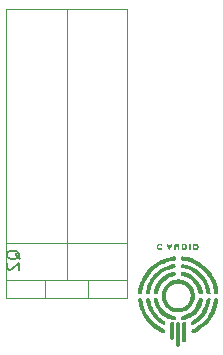
<source format=gbr>
%TF.GenerationSoftware,KiCad,Pcbnew,9.0.0*%
%TF.CreationDate,2025-02-28T18:37:17+01:00*%
%TF.ProjectId,C-Audio HV-CCS,432d4175-6469-46f2-9048-562d4343532e,rev?*%
%TF.SameCoordinates,Original*%
%TF.FileFunction,Legend,Bot*%
%TF.FilePolarity,Positive*%
%FSLAX46Y46*%
G04 Gerber Fmt 4.6, Leading zero omitted, Abs format (unit mm)*
G04 Created by KiCad (PCBNEW 9.0.0) date 2025-02-28 18:37:17*
%MOMM*%
%LPD*%
G01*
G04 APERTURE LIST*
%ADD10C,0.100000*%
%ADD11C,0.150000*%
%ADD12C,0.120000*%
%ADD13C,0.000000*%
G04 APERTURE END LIST*
D10*
X137380000Y-87337500D02*
X147620000Y-87337500D01*
X147620000Y-111770000D01*
X137380000Y-111770000D01*
X137380000Y-87337500D01*
X142500000Y-87337500D02*
X142500000Y-110260000D01*
D11*
X138550057Y-108504761D02*
X138502438Y-108409523D01*
X138502438Y-108409523D02*
X138407200Y-108314285D01*
X138407200Y-108314285D02*
X138264342Y-108171428D01*
X138264342Y-108171428D02*
X138216723Y-108076190D01*
X138216723Y-108076190D02*
X138216723Y-107980952D01*
X138454819Y-108028571D02*
X138407200Y-107933333D01*
X138407200Y-107933333D02*
X138311961Y-107838095D01*
X138311961Y-107838095D02*
X138121485Y-107790476D01*
X138121485Y-107790476D02*
X137788152Y-107790476D01*
X137788152Y-107790476D02*
X137597676Y-107838095D01*
X137597676Y-107838095D02*
X137502438Y-107933333D01*
X137502438Y-107933333D02*
X137454819Y-108028571D01*
X137454819Y-108028571D02*
X137454819Y-108219047D01*
X137454819Y-108219047D02*
X137502438Y-108314285D01*
X137502438Y-108314285D02*
X137597676Y-108409523D01*
X137597676Y-108409523D02*
X137788152Y-108457142D01*
X137788152Y-108457142D02*
X138121485Y-108457142D01*
X138121485Y-108457142D02*
X138311961Y-108409523D01*
X138311961Y-108409523D02*
X138407200Y-108314285D01*
X138407200Y-108314285D02*
X138454819Y-108219047D01*
X138454819Y-108219047D02*
X138454819Y-108028571D01*
X137550057Y-108838095D02*
X137502438Y-108885714D01*
X137502438Y-108885714D02*
X137454819Y-108980952D01*
X137454819Y-108980952D02*
X137454819Y-109219047D01*
X137454819Y-109219047D02*
X137502438Y-109314285D01*
X137502438Y-109314285D02*
X137550057Y-109361904D01*
X137550057Y-109361904D02*
X137645295Y-109409523D01*
X137645295Y-109409523D02*
X137740533Y-109409523D01*
X137740533Y-109409523D02*
X137883390Y-109361904D01*
X137883390Y-109361904D02*
X138454819Y-108790476D01*
X138454819Y-108790476D02*
X138454819Y-109409523D01*
D12*
%TO.C,Q2*%
X137380000Y-107129000D02*
X147620000Y-107129001D01*
X137380000Y-110259999D02*
X147620000Y-110260000D01*
X137380000Y-111770000D02*
X137380000Y-107129000D01*
X137380000Y-111770000D02*
X147620000Y-111770000D01*
X140650000Y-111770000D02*
X140650000Y-110260000D01*
X144351000Y-111770000D02*
X144351000Y-110260000D01*
X147620000Y-111770000D02*
X147620000Y-107129001D01*
D13*
%TO.C,G\u002A\u002A\u002A*%
G36*
X153011310Y-107437507D02*
G01*
X153011310Y-107701327D01*
X152945355Y-107701327D01*
X152879400Y-107701327D01*
X152879400Y-107437507D01*
X152879400Y-107173687D01*
X152945355Y-107173687D01*
X153011310Y-107173687D01*
X153011310Y-107437507D01*
G37*
G36*
X152385772Y-107176704D02*
G01*
X152454346Y-107181230D01*
X152532428Y-107192096D01*
X152581845Y-107207877D01*
X152626236Y-107237599D01*
X152676522Y-107296549D01*
X152705887Y-107367121D01*
X152713999Y-107443613D01*
X152700529Y-107520326D01*
X152665147Y-107591561D01*
X152607524Y-107651619D01*
X152602375Y-107655520D01*
X152576092Y-107673386D01*
X152549708Y-107685013D01*
X152515920Y-107692039D01*
X152467427Y-107696101D01*
X152396925Y-107698837D01*
X152241835Y-107703675D01*
X152240512Y-107569417D01*
X152239205Y-107436806D01*
X152237912Y-107305597D01*
X152381073Y-107305597D01*
X152381073Y-107437507D01*
X152381073Y-107569417D01*
X152433335Y-107569417D01*
X152489826Y-107562624D01*
X152534659Y-107536907D01*
X152565196Y-107488877D01*
X152567377Y-107483383D01*
X152576195Y-107423967D01*
X152557836Y-107371283D01*
X152513968Y-107330495D01*
X152472501Y-107313381D01*
X152426446Y-107305597D01*
X152381073Y-107305597D01*
X152237912Y-107305597D01*
X152236575Y-107169937D01*
X152385772Y-107176704D01*
G37*
G36*
X151501084Y-113786002D02*
G01*
X151538149Y-113796665D01*
X151568294Y-113819819D01*
X151604270Y-113855794D01*
X151604270Y-114529977D01*
X151604270Y-114547080D01*
X151604193Y-114709754D01*
X151603810Y-114845880D01*
X151602873Y-114957979D01*
X151601135Y-115048575D01*
X151598351Y-115120189D01*
X151594275Y-115175345D01*
X151588658Y-115216565D01*
X151581256Y-115246371D01*
X151571822Y-115267285D01*
X151560109Y-115281831D01*
X151545871Y-115292531D01*
X151528861Y-115301907D01*
X151492362Y-115315120D01*
X151434715Y-115320292D01*
X151378491Y-115310989D01*
X151332508Y-115289017D01*
X151305584Y-115256181D01*
X151303926Y-115240452D01*
X151302184Y-115197733D01*
X151300603Y-115131401D01*
X151299222Y-115044469D01*
X151298081Y-114939949D01*
X151297217Y-114820854D01*
X151296671Y-114690198D01*
X151296480Y-114550992D01*
X151296480Y-113869528D01*
X151339322Y-113826686D01*
X151341312Y-113824708D01*
X151373044Y-113798795D01*
X151407269Y-113786779D01*
X151457242Y-113783843D01*
X151501084Y-113786002D01*
G37*
G36*
X151882889Y-107181723D02*
G01*
X151931830Y-107196157D01*
X151940766Y-107200609D01*
X151976821Y-107222569D01*
X152002785Y-107249098D01*
X152020442Y-107285142D01*
X152031576Y-107335644D01*
X152037972Y-107405548D01*
X152041413Y-107499798D01*
X152046185Y-107701327D01*
X151971794Y-107701327D01*
X151897403Y-107701327D01*
X151897403Y-107526494D01*
X151897211Y-107482855D01*
X151895493Y-107416936D01*
X151891508Y-107372639D01*
X151884664Y-107344893D01*
X151874371Y-107328629D01*
X151839866Y-107308923D01*
X151796287Y-107310548D01*
X151756772Y-107336449D01*
X151745708Y-107351479D01*
X151737073Y-107374065D01*
X151731945Y-107408085D01*
X151729485Y-107459495D01*
X151728852Y-107534246D01*
X151728852Y-107701192D01*
X151659232Y-107701260D01*
X151589613Y-107701327D01*
X151589613Y-107526401D01*
X151590684Y-107460126D01*
X151594007Y-107393529D01*
X151599044Y-107341022D01*
X151605246Y-107310216D01*
X151630356Y-107263718D01*
X151670728Y-107217199D01*
X151714195Y-107187670D01*
X151758751Y-107177489D01*
X151820517Y-107175318D01*
X151882889Y-107181723D01*
G37*
G36*
X152479519Y-113785049D02*
G01*
X152542233Y-113802900D01*
X152585022Y-113842211D01*
X152608069Y-113903123D01*
X152608524Y-113906586D01*
X152610141Y-113937601D01*
X152611480Y-113994178D01*
X152612524Y-114073332D01*
X152613255Y-114172077D01*
X152613655Y-114287425D01*
X152613709Y-114416390D01*
X152613398Y-114555987D01*
X152612704Y-114703228D01*
X152608251Y-115454061D01*
X152570822Y-115491478D01*
X152564590Y-115497322D01*
X152509093Y-115528875D01*
X152443866Y-115539780D01*
X152380624Y-115527800D01*
X152374419Y-115525237D01*
X152356846Y-115517434D01*
X152342007Y-115508209D01*
X152329671Y-115495239D01*
X152319608Y-115476200D01*
X152311586Y-115448766D01*
X152305373Y-115410614D01*
X152300738Y-115359419D01*
X152297451Y-115292857D01*
X152295280Y-115208603D01*
X152293994Y-115104334D01*
X152293362Y-114977724D01*
X152293152Y-114826450D01*
X152293133Y-114648187D01*
X152293133Y-113869528D01*
X152335976Y-113826686D01*
X152337966Y-113824708D01*
X152369697Y-113798795D01*
X152403922Y-113786779D01*
X152453895Y-113783843D01*
X152479519Y-113785049D01*
G37*
G36*
X152022753Y-113837894D02*
G01*
X152066621Y-113863789D01*
X152102597Y-113899764D01*
X152104328Y-114277839D01*
X152104782Y-114380440D01*
X152105726Y-114630643D01*
X152106297Y-114853247D01*
X152106484Y-115049492D01*
X152106274Y-115220617D01*
X152105654Y-115367863D01*
X152104613Y-115492470D01*
X152103137Y-115595678D01*
X152101215Y-115678728D01*
X152098834Y-115742859D01*
X152095982Y-115789311D01*
X152092646Y-115819325D01*
X152088815Y-115834141D01*
X152066738Y-115860853D01*
X152014517Y-115885954D01*
X151939292Y-115894403D01*
X151923399Y-115893931D01*
X151878125Y-115882769D01*
X151837649Y-115851560D01*
X151794807Y-115808718D01*
X151795156Y-114902541D01*
X151795157Y-114900718D01*
X151795442Y-114736486D01*
X151796131Y-114580385D01*
X151797188Y-114435061D01*
X151798573Y-114303163D01*
X151800249Y-114187339D01*
X151802176Y-114090237D01*
X151804318Y-114014504D01*
X151806635Y-113962788D01*
X151809090Y-113937738D01*
X151811631Y-113928161D01*
X151830418Y-113884394D01*
X151854334Y-113853462D01*
X151858085Y-113850599D01*
X151906365Y-113830710D01*
X151965294Y-113826671D01*
X152022753Y-113837894D01*
G37*
G36*
X150448871Y-107180277D02*
G01*
X150514322Y-107195220D01*
X150567835Y-107218321D01*
X150600942Y-107248028D01*
X150601637Y-107255630D01*
X150589356Y-107281283D01*
X150563078Y-107313512D01*
X150515244Y-107362865D01*
X150478842Y-107334231D01*
X150442715Y-107314836D01*
X150399319Y-107305597D01*
X150358234Y-107316277D01*
X150315527Y-107346308D01*
X150283273Y-107387047D01*
X150270513Y-107429779D01*
X150272251Y-107449811D01*
X150286425Y-107496620D01*
X150310014Y-107537302D01*
X150337125Y-107560313D01*
X150386216Y-107569192D01*
X150442775Y-107564007D01*
X150488625Y-107545535D01*
X150504148Y-107535460D01*
X150522131Y-107531305D01*
X150542164Y-107542619D01*
X150573340Y-107572271D01*
X150623959Y-107622889D01*
X150564224Y-107664285D01*
X150550913Y-107672898D01*
X150476201Y-107703843D01*
X150395577Y-107713532D01*
X150316294Y-107702766D01*
X150245602Y-107672346D01*
X150190752Y-107623071D01*
X150182376Y-107610900D01*
X150156859Y-107561450D01*
X150138290Y-107508417D01*
X150130642Y-107443093D01*
X150142334Y-107363194D01*
X150174133Y-107289745D01*
X150222819Y-107229724D01*
X150285170Y-107190114D01*
X150316027Y-107181078D01*
X150379950Y-107175045D01*
X150448871Y-107180277D01*
G37*
G36*
X150068709Y-111823000D02*
G01*
X150219000Y-111827178D01*
X150266574Y-112010387D01*
X150274873Y-112041199D01*
X150343070Y-112240554D01*
X150433076Y-112431736D01*
X150542206Y-112610762D01*
X150667774Y-112773647D01*
X150807094Y-112916410D01*
X150957481Y-113035066D01*
X151031631Y-113082139D01*
X151173927Y-113158348D01*
X151324773Y-113223780D01*
X151474945Y-113274621D01*
X151615221Y-113307056D01*
X151663022Y-113318231D01*
X151709063Y-113343534D01*
X151735237Y-113384981D01*
X151746576Y-113447969D01*
X151747441Y-113478738D01*
X151735925Y-113553001D01*
X151705902Y-113611344D01*
X151659467Y-113648940D01*
X151633285Y-113656730D01*
X151580836Y-113658308D01*
X151508583Y-113648387D01*
X151414293Y-113626619D01*
X151295737Y-113592661D01*
X151113075Y-113526703D01*
X150901450Y-113422536D01*
X150703848Y-113293539D01*
X150521621Y-113140871D01*
X150356125Y-112965691D01*
X150208712Y-112769157D01*
X150080736Y-112552430D01*
X150040583Y-112468201D01*
X149999783Y-112367223D01*
X149963847Y-112262550D01*
X149934068Y-112159207D01*
X149911741Y-112062220D01*
X149898158Y-111976614D01*
X149894614Y-111907412D01*
X149902401Y-111859641D01*
X149918419Y-111818821D01*
X150068709Y-111823000D01*
G37*
G36*
X153504739Y-107180075D02*
G01*
X153568492Y-107200853D01*
X153608967Y-107227113D01*
X153663999Y-107286070D01*
X153697342Y-107356117D01*
X153709229Y-107431990D01*
X153699894Y-107508424D01*
X153669569Y-107580152D01*
X153618488Y-107641911D01*
X153546884Y-107688434D01*
X153463658Y-107713094D01*
X153380285Y-107710768D01*
X153303141Y-107680591D01*
X153235318Y-107623212D01*
X153232591Y-107620050D01*
X153191816Y-107551392D01*
X153173585Y-107473591D01*
X153175035Y-107437507D01*
X153304443Y-107437507D01*
X153304601Y-107441638D01*
X153316585Y-107482856D01*
X153342388Y-107524323D01*
X153357257Y-107540632D01*
X153391449Y-107563434D01*
X153436032Y-107569417D01*
X153450125Y-107568963D01*
X153507119Y-107553609D01*
X153544844Y-107516199D01*
X153563693Y-107456386D01*
X153563899Y-107454835D01*
X153566226Y-107412835D01*
X153555736Y-107383004D01*
X153527255Y-107350275D01*
X153493981Y-107323385D01*
X153440765Y-107304338D01*
X153389127Y-107313443D01*
X153342388Y-107350692D01*
X153338801Y-107355127D01*
X153314267Y-107397461D01*
X153304443Y-107437507D01*
X153175035Y-107437507D01*
X153176815Y-107393233D01*
X153200423Y-107316904D01*
X153243326Y-107251190D01*
X153304443Y-107202678D01*
X153354532Y-107184124D01*
X153429064Y-107174529D01*
X153504739Y-107180075D01*
G37*
G36*
X154547908Y-111819875D02*
G01*
X154613483Y-111821713D01*
X154657013Y-111829756D01*
X154682050Y-111848562D01*
X154692145Y-111882689D01*
X154690852Y-111936698D01*
X154681722Y-112015146D01*
X154640797Y-112240533D01*
X154570150Y-112485686D01*
X154474098Y-112727483D01*
X154354546Y-112962212D01*
X154213404Y-113186161D01*
X154052578Y-113395618D01*
X153873977Y-113586871D01*
X153859377Y-113600894D01*
X153761558Y-113689732D01*
X153659642Y-113774396D01*
X153557174Y-113852521D01*
X153457703Y-113921744D01*
X153364774Y-113979699D01*
X153281935Y-114024023D01*
X153212733Y-114052352D01*
X153160715Y-114062320D01*
X153118380Y-114052620D01*
X153077645Y-114018989D01*
X153050494Y-113966111D01*
X153040623Y-113899008D01*
X153041374Y-113875316D01*
X153047004Y-113828353D01*
X153056336Y-113796525D01*
X153065989Y-113784878D01*
X153097588Y-113757462D01*
X153144060Y-113722736D01*
X153199239Y-113685491D01*
X153412352Y-113534949D01*
X153620110Y-113356061D01*
X153803688Y-113161152D01*
X153962702Y-112950797D01*
X154096769Y-112725571D01*
X154205505Y-112486048D01*
X154288527Y-112232805D01*
X154345451Y-111966417D01*
X154346746Y-111958529D01*
X154357377Y-111903906D01*
X154368481Y-111860878D01*
X154377853Y-111838171D01*
X154399861Y-111828252D01*
X154450436Y-111821941D01*
X154529553Y-111819850D01*
X154547908Y-111819875D01*
G37*
G36*
X151426047Y-107174417D02*
G01*
X151459252Y-107179849D01*
X151472360Y-107188845D01*
X151472359Y-107188910D01*
X151466234Y-107208294D01*
X151449662Y-107248852D01*
X151424992Y-107305440D01*
X151394571Y-107372917D01*
X151360747Y-107446141D01*
X151325867Y-107519969D01*
X151292280Y-107589259D01*
X151262332Y-107648869D01*
X151210052Y-107750306D01*
X151120480Y-107563031D01*
X151120294Y-107562641D01*
X151066713Y-107449890D01*
X151044431Y-107402064D01*
X151199644Y-107402064D01*
X151203671Y-107414121D01*
X151208540Y-107439571D01*
X151209661Y-107444357D01*
X151223197Y-107444836D01*
X151231123Y-107435387D01*
X151237853Y-107407329D01*
X151233928Y-107391059D01*
X151214300Y-107378881D01*
X151201004Y-107382469D01*
X151199644Y-107402064D01*
X151044431Y-107402064D01*
X151025248Y-107360888D01*
X150994841Y-107293210D01*
X150974433Y-107244428D01*
X150962964Y-107212117D01*
X150959377Y-107193849D01*
X150961683Y-107186541D01*
X150982966Y-107176731D01*
X151029447Y-107173687D01*
X151051102Y-107173921D01*
X151084829Y-107177958D01*
X151103248Y-107190887D01*
X151116114Y-107217657D01*
X151116567Y-107218857D01*
X151127649Y-107242815D01*
X151143128Y-107255598D01*
X151171308Y-107260703D01*
X151220490Y-107261627D01*
X151223906Y-107261626D01*
X151271633Y-107260594D01*
X151298697Y-107255251D01*
X151313289Y-107242102D01*
X151323597Y-107217657D01*
X151327557Y-107206902D01*
X151340886Y-107184904D01*
X151363606Y-107175605D01*
X151405642Y-107173687D01*
X151426047Y-107174417D01*
G37*
G36*
X153900428Y-111820505D02*
G01*
X153955389Y-111823789D01*
X153997746Y-111829451D01*
X154019688Y-111837438D01*
X154029491Y-111854406D01*
X154036310Y-111900960D01*
X154032798Y-111967345D01*
X154019975Y-112049279D01*
X153998861Y-112142481D01*
X153970475Y-112242669D01*
X153935835Y-112345561D01*
X153895962Y-112446876D01*
X153851875Y-112542333D01*
X153809019Y-112623448D01*
X153676823Y-112833512D01*
X153524760Y-113022850D01*
X153353712Y-113190559D01*
X153164559Y-113335738D01*
X152958183Y-113457483D01*
X152942413Y-113465433D01*
X152844226Y-113510729D01*
X152740428Y-113552409D01*
X152635600Y-113589188D01*
X152534324Y-113619780D01*
X152441181Y-113642897D01*
X152360753Y-113657254D01*
X152297619Y-113661564D01*
X152256362Y-113654541D01*
X152241280Y-113646499D01*
X152196608Y-113602778D01*
X152170531Y-113540404D01*
X152165349Y-113464190D01*
X152168450Y-113434157D01*
X152179349Y-113391248D01*
X152200996Y-113359364D01*
X152237968Y-113334778D01*
X152294843Y-113313766D01*
X152376196Y-113292604D01*
X152510466Y-113255611D01*
X152719829Y-113174801D01*
X152912698Y-113070474D01*
X153087871Y-112943828D01*
X153244146Y-112796060D01*
X153380318Y-112628370D01*
X153495186Y-112441955D01*
X153587546Y-112238014D01*
X153656196Y-112017743D01*
X153672208Y-111954652D01*
X153687731Y-111896813D01*
X153699923Y-111854922D01*
X153707037Y-111835258D01*
X153710743Y-111832250D01*
X153738019Y-111825473D01*
X153783933Y-111821293D01*
X153840672Y-111819655D01*
X153900428Y-111820505D01*
G37*
G36*
X149420850Y-111819977D02*
G01*
X149487957Y-111822630D01*
X149530086Y-111829034D01*
X149550489Y-111839608D01*
X149554222Y-111846202D01*
X149565159Y-111878887D01*
X149577517Y-111929380D01*
X149589274Y-111989839D01*
X149614052Y-112116504D01*
X149685565Y-112377049D01*
X149782044Y-112623197D01*
X149903070Y-112854099D01*
X150048226Y-113068906D01*
X150217094Y-113266768D01*
X150256644Y-113307586D01*
X150357037Y-113404649D01*
X150457346Y-113490594D01*
X150566624Y-113572867D01*
X150693927Y-113658915D01*
X150745417Y-113693226D01*
X150808199Y-113740135D01*
X150849980Y-113781257D01*
X150874013Y-113821006D01*
X150883549Y-113863796D01*
X150881838Y-113914042D01*
X150879191Y-113932784D01*
X150862688Y-113981622D01*
X150828676Y-114021539D01*
X150799117Y-114044130D01*
X150766343Y-114057819D01*
X150729277Y-114059075D01*
X150684117Y-114046827D01*
X150627061Y-114020004D01*
X150554307Y-113977538D01*
X150462053Y-113918358D01*
X150389240Y-113868701D01*
X150172132Y-113697724D01*
X149972192Y-113504663D01*
X149791477Y-113292105D01*
X149632046Y-113062642D01*
X149495955Y-112818861D01*
X149385264Y-112563354D01*
X149369073Y-112518234D01*
X149337099Y-112418497D01*
X149307977Y-112314090D01*
X149282622Y-112209654D01*
X149261950Y-112109828D01*
X149246876Y-112019253D01*
X149238316Y-111942569D01*
X149237186Y-111884416D01*
X149244401Y-111849436D01*
X149250843Y-111839539D01*
X149265036Y-111829135D01*
X149290046Y-111823181D01*
X149332035Y-111820484D01*
X149397163Y-111819850D01*
X149420850Y-111819977D01*
G37*
G36*
X152412998Y-109576127D02*
G01*
X152507493Y-109595612D01*
X152610962Y-109623748D01*
X152718953Y-109659450D01*
X152827016Y-109701632D01*
X152930698Y-109749209D01*
X153099853Y-109845403D01*
X153286133Y-109980619D01*
X153458637Y-110138098D01*
X153614285Y-110314658D01*
X153749996Y-110507116D01*
X153862691Y-110712288D01*
X153893722Y-110780248D01*
X153943435Y-110902775D01*
X153984202Y-111021679D01*
X154014887Y-111132603D01*
X154034355Y-111231190D01*
X154041472Y-111313083D01*
X154035101Y-111373928D01*
X154021242Y-111424120D01*
X153869023Y-111424120D01*
X153861455Y-111424118D01*
X153795266Y-111423566D01*
X153752317Y-111421346D01*
X153727058Y-111416442D01*
X153713938Y-111407836D01*
X153707408Y-111394511D01*
X153700752Y-111370998D01*
X153688488Y-111324912D01*
X153672608Y-111263704D01*
X153654903Y-111194216D01*
X153651532Y-111181071D01*
X153580736Y-110965180D01*
X153484649Y-110763820D01*
X153363679Y-110577725D01*
X153218234Y-110407629D01*
X153215763Y-110405094D01*
X153094579Y-110289745D01*
X152973568Y-110193742D01*
X152842758Y-110109158D01*
X152764017Y-110067832D01*
X152660750Y-110022150D01*
X152549655Y-109979695D01*
X152441608Y-109944600D01*
X152347487Y-109920996D01*
X152292197Y-109909156D01*
X152242995Y-109894892D01*
X152211111Y-109879068D01*
X152189927Y-109859082D01*
X152181142Y-109845823D01*
X152163861Y-109792824D01*
X152161549Y-109730283D01*
X152172847Y-109667513D01*
X152196398Y-109613832D01*
X152230842Y-109578555D01*
X152268734Y-109567451D01*
X152331928Y-109566378D01*
X152412998Y-109576127D01*
G37*
G36*
X151681344Y-109573223D02*
G01*
X151720192Y-109597949D01*
X151724663Y-109602929D01*
X151757284Y-109660343D01*
X151770816Y-109728067D01*
X151764557Y-109795915D01*
X151737807Y-109853699D01*
X151722427Y-109868551D01*
X151690199Y-109885780D01*
X151639058Y-109903045D01*
X151563943Y-109922345D01*
X151394850Y-109969376D01*
X151224457Y-110035072D01*
X151067030Y-110117334D01*
X150975207Y-110175771D01*
X150798486Y-110312850D01*
X150643236Y-110469779D01*
X150508996Y-110647056D01*
X150395306Y-110845182D01*
X150389523Y-110856981D01*
X150353442Y-110936700D01*
X150318949Y-111022305D01*
X150288260Y-111107333D01*
X150263594Y-111185321D01*
X150247168Y-111249805D01*
X150241200Y-111294321D01*
X150241091Y-111297433D01*
X150234227Y-111331814D01*
X150219963Y-111373293D01*
X150198726Y-111424120D01*
X150051097Y-111424120D01*
X150029030Y-111424104D01*
X149969239Y-111423431D01*
X149931101Y-111420810D01*
X149908667Y-111414940D01*
X149895990Y-111404519D01*
X149887123Y-111388246D01*
X149880742Y-111362132D01*
X149880967Y-111304559D01*
X149891507Y-111228161D01*
X149911176Y-111137559D01*
X149938787Y-111037373D01*
X149973151Y-110932226D01*
X150013083Y-110826738D01*
X150057394Y-110725532D01*
X150118590Y-110605564D01*
X150248702Y-110397521D01*
X150399510Y-110209081D01*
X150569817Y-110041496D01*
X150758431Y-109896020D01*
X150964159Y-109773905D01*
X151026946Y-109742192D01*
X151121182Y-109698013D01*
X151209278Y-109662408D01*
X151302905Y-109630829D01*
X151413733Y-109598728D01*
X151446469Y-109590071D01*
X151546527Y-109569279D01*
X151624137Y-109563664D01*
X151681344Y-109573223D01*
G37*
G36*
X155214442Y-111819929D02*
G01*
X155277859Y-111822271D01*
X155319708Y-111831261D01*
X155343527Y-111851382D01*
X155352854Y-111887114D01*
X155351225Y-111942938D01*
X155342179Y-112023337D01*
X155315426Y-112200575D01*
X155247318Y-112499736D01*
X155152174Y-112790760D01*
X155031132Y-113071828D01*
X154885329Y-113341123D01*
X154715905Y-113596826D01*
X154523997Y-113837118D01*
X154310744Y-114060182D01*
X154077284Y-114264200D01*
X153824755Y-114447352D01*
X153732127Y-114505959D01*
X153627629Y-114567252D01*
X153524658Y-114623130D01*
X153427738Y-114671353D01*
X153341392Y-114709679D01*
X153270144Y-114735868D01*
X153218519Y-114747677D01*
X153197913Y-114749427D01*
X153161459Y-114748429D01*
X153136130Y-114736067D01*
X153109235Y-114707698D01*
X153102912Y-114699679D01*
X153074753Y-114638231D01*
X153071404Y-114567524D01*
X153093328Y-114493797D01*
X153094577Y-114491234D01*
X153112628Y-114464569D01*
X153142113Y-114438103D01*
X153188198Y-114407908D01*
X153256046Y-114370059D01*
X153427501Y-114275394D01*
X153582083Y-114182617D01*
X153720179Y-114090508D01*
X153847612Y-113994945D01*
X153970204Y-113891806D01*
X154093778Y-113776968D01*
X154252941Y-113610789D01*
X154439158Y-113379510D01*
X154601567Y-113132209D01*
X154739271Y-112870632D01*
X154851378Y-112596526D01*
X154936990Y-112311639D01*
X154995215Y-112017715D01*
X155001510Y-111976912D01*
X155011692Y-111916786D01*
X155020666Y-111870439D01*
X155027023Y-111845499D01*
X155031063Y-111838060D01*
X155044247Y-111828706D01*
X155070007Y-111823169D01*
X155113917Y-111820526D01*
X155181549Y-111819850D01*
X155214442Y-111819929D01*
G37*
G36*
X152394548Y-108264980D02*
G01*
X152472380Y-108276345D01*
X152574298Y-108294332D01*
X152809764Y-108345797D01*
X153113603Y-108437438D01*
X153403366Y-108554615D01*
X153678348Y-108696863D01*
X153937846Y-108863719D01*
X154181154Y-109054717D01*
X154407569Y-109269393D01*
X154616387Y-109507281D01*
X154806903Y-109767917D01*
X154825379Y-109795930D01*
X154984311Y-110064929D01*
X155115204Y-110342313D01*
X155218268Y-110628654D01*
X155293712Y-110924524D01*
X155341745Y-111230494D01*
X155344562Y-111256191D01*
X155350721Y-111326717D01*
X155348569Y-111374079D01*
X155334243Y-111402889D01*
X155303884Y-111417758D01*
X155253629Y-111423298D01*
X155179618Y-111424120D01*
X155172111Y-111424123D01*
X155104129Y-111423595D01*
X155058827Y-111418605D01*
X155030923Y-111404230D01*
X155015137Y-111375547D01*
X155006187Y-111327634D01*
X154998792Y-111255569D01*
X154997332Y-111241352D01*
X154971247Y-111074931D01*
X154928408Y-110893971D01*
X154871267Y-110705265D01*
X154802274Y-110515604D01*
X154723883Y-110331780D01*
X154638544Y-110160583D01*
X154548710Y-110008806D01*
X154414093Y-109816566D01*
X154227523Y-109590711D01*
X154024508Y-109388063D01*
X153803079Y-109206883D01*
X153561270Y-109045432D01*
X153297115Y-108901970D01*
X153199116Y-108855892D01*
X152936292Y-108751245D01*
X152668897Y-108672839D01*
X152390492Y-108618662D01*
X152374243Y-108616184D01*
X152299360Y-108602318D01*
X152247308Y-108586039D01*
X152212615Y-108564115D01*
X152189814Y-108533313D01*
X152173433Y-108490401D01*
X152168380Y-108468839D01*
X152168321Y-108400485D01*
X152189610Y-108337043D01*
X152229507Y-108288380D01*
X152235045Y-108284212D01*
X152261050Y-108269854D01*
X152293335Y-108261812D01*
X152336350Y-108260162D01*
X152394548Y-108264980D01*
G37*
G36*
X151604005Y-108921489D02*
G01*
X151623095Y-108926033D01*
X151646498Y-108934076D01*
X151650789Y-108935675D01*
X151694860Y-108967256D01*
X151723720Y-109016031D01*
X151736677Y-109074330D01*
X151733038Y-109134481D01*
X151712110Y-109188812D01*
X151673199Y-109229652D01*
X151662135Y-109235339D01*
X151621247Y-109249424D01*
X151564166Y-109264110D01*
X151499646Y-109277009D01*
X151430545Y-109290678D01*
X151287501Y-109327818D01*
X151136227Y-109376940D01*
X150986838Y-109434613D01*
X150849452Y-109497409D01*
X150650336Y-109610646D01*
X150444556Y-109758795D01*
X150255202Y-109929246D01*
X150084558Y-110119687D01*
X149934908Y-110327805D01*
X149808537Y-110551288D01*
X149735568Y-110709343D01*
X149676153Y-110864702D01*
X149628382Y-111025038D01*
X149588172Y-111202418D01*
X149586895Y-111208798D01*
X149571796Y-111279224D01*
X149557140Y-111339481D01*
X149544546Y-111383349D01*
X149535629Y-111404606D01*
X149534869Y-111405458D01*
X149511339Y-111416053D01*
X149463845Y-111422160D01*
X149389835Y-111424120D01*
X149351804Y-111423903D01*
X149304370Y-111421225D01*
X149269826Y-111412806D01*
X149247154Y-111395358D01*
X149235335Y-111365598D01*
X149233350Y-111320237D01*
X149240179Y-111255992D01*
X149254805Y-111169576D01*
X149276208Y-111057704D01*
X149328514Y-110842218D01*
X149416464Y-110590278D01*
X149530956Y-110345886D01*
X149670550Y-110111703D01*
X149833805Y-109890393D01*
X150019280Y-109684616D01*
X150064724Y-109639895D01*
X150207191Y-109512756D01*
X150358061Y-109398816D01*
X150527717Y-109290018D01*
X150667950Y-109212632D01*
X150858773Y-109123480D01*
X151057538Y-109046493D01*
X151255283Y-108985072D01*
X151443047Y-108942620D01*
X151504918Y-108931685D01*
X151551687Y-108924030D01*
X151582459Y-108920726D01*
X151604005Y-108921489D01*
G37*
G36*
X152422620Y-108935006D02*
G01*
X152521489Y-108949732D01*
X152632993Y-108974669D01*
X152753889Y-109008816D01*
X152880936Y-109051174D01*
X153010892Y-109100744D01*
X153140516Y-109156527D01*
X153266566Y-109217524D01*
X153385801Y-109282734D01*
X153494980Y-109351159D01*
X153638087Y-109454323D01*
X153855456Y-109639275D01*
X154050792Y-109843133D01*
X154223367Y-110065021D01*
X154372455Y-110304061D01*
X154497327Y-110559377D01*
X154518588Y-110610965D01*
X154559236Y-110720419D01*
X154596141Y-110833719D01*
X154628463Y-110946959D01*
X154655366Y-111056236D01*
X154676011Y-111157646D01*
X154689558Y-111247285D01*
X154695171Y-111321248D01*
X154692010Y-111375632D01*
X154679238Y-111406532D01*
X154678668Y-111407064D01*
X154652286Y-111416302D01*
X154600030Y-111422106D01*
X154525029Y-111424120D01*
X154501107Y-111424216D01*
X154451275Y-111424024D01*
X154415836Y-111419930D01*
X154391307Y-111407818D01*
X154374205Y-111383576D01*
X154361046Y-111343092D01*
X154348346Y-111282251D01*
X154332622Y-111196942D01*
X154310460Y-111090408D01*
X154263172Y-110918245D01*
X154200533Y-110747032D01*
X154119134Y-110566705D01*
X154024832Y-110391330D01*
X153879829Y-110173876D01*
X153713327Y-109976324D01*
X153525178Y-109798506D01*
X153315232Y-109640250D01*
X153243663Y-109594374D01*
X153089418Y-109507873D01*
X152926058Y-109430626D01*
X152760891Y-109365651D01*
X152601222Y-109315967D01*
X152454356Y-109284591D01*
X152406856Y-109277064D01*
X152333960Y-109263700D01*
X152282430Y-109250407D01*
X152247117Y-109235274D01*
X152222872Y-109216391D01*
X152204547Y-109191845D01*
X152188598Y-109159066D01*
X152177205Y-109090158D01*
X152192591Y-109022427D01*
X152233921Y-108962386D01*
X152234230Y-108962079D01*
X152275749Y-108940180D01*
X152339626Y-108931488D01*
X152422620Y-108935006D01*
G37*
G36*
X148784426Y-111820355D02*
G01*
X148840226Y-111823573D01*
X148874600Y-111830335D01*
X148892346Y-111841304D01*
X148894056Y-111843780D01*
X148904567Y-111872355D01*
X148915329Y-111919671D01*
X148924257Y-111976879D01*
X148947470Y-112125389D01*
X149000365Y-112355222D01*
X149072580Y-112587078D01*
X149161262Y-112812166D01*
X149263555Y-113021697D01*
X149306967Y-113099056D01*
X149471902Y-113355529D01*
X149658574Y-113592478D01*
X149867141Y-113810058D01*
X150097765Y-114008427D01*
X150350607Y-114187740D01*
X150625825Y-114348154D01*
X150640374Y-114355853D01*
X150717637Y-114398642D01*
X150772447Y-114434451D01*
X150808553Y-114467515D01*
X150829702Y-114502071D01*
X150839643Y-114542355D01*
X150842123Y-114592603D01*
X150835858Y-114658252D01*
X150812870Y-114710812D01*
X150771900Y-114741323D01*
X150711800Y-114751183D01*
X150675109Y-114745434D01*
X150612522Y-114724621D01*
X150533359Y-114690693D01*
X150441553Y-114645838D01*
X150341037Y-114592240D01*
X150235744Y-114532086D01*
X150129608Y-114467563D01*
X150026562Y-114400856D01*
X149930538Y-114334153D01*
X149845470Y-114269638D01*
X149826712Y-114254314D01*
X149749043Y-114186314D01*
X149660812Y-114103437D01*
X149568191Y-114011885D01*
X149477350Y-113917861D01*
X149394459Y-113827565D01*
X149325689Y-113747202D01*
X149237430Y-113633171D01*
X149098130Y-113429875D01*
X148970223Y-113214199D01*
X148858627Y-112994681D01*
X148768266Y-112779862D01*
X148740834Y-112701911D01*
X148706382Y-112591836D01*
X148674159Y-112475979D01*
X148645012Y-112358551D01*
X148619790Y-112243759D01*
X148599342Y-112135813D01*
X148584515Y-112038924D01*
X148576157Y-111957299D01*
X148575117Y-111895149D01*
X148582243Y-111856683D01*
X148583258Y-111854473D01*
X148592673Y-111838054D01*
X148606511Y-111827865D01*
X148630994Y-111822424D01*
X148672344Y-111820246D01*
X148736783Y-111819850D01*
X148784426Y-111820355D01*
G37*
G36*
X151651360Y-108266229D02*
G01*
X151682058Y-108279895D01*
X151707994Y-108301123D01*
X151711057Y-108304216D01*
X151736311Y-108335553D01*
X151747994Y-108369706D01*
X151750837Y-108419779D01*
X151750771Y-108426715D01*
X151738992Y-108504117D01*
X151707985Y-108561718D01*
X151659285Y-108597648D01*
X151594429Y-108610041D01*
X151585917Y-108610284D01*
X151535114Y-108616111D01*
X151463907Y-108628646D01*
X151378465Y-108646472D01*
X151284959Y-108668174D01*
X151189560Y-108692336D01*
X151098439Y-108717541D01*
X151017765Y-108742373D01*
X150873681Y-108795181D01*
X150714490Y-108863325D01*
X150554260Y-108940643D01*
X150402948Y-109022322D01*
X150270513Y-109103549D01*
X150056924Y-109258894D01*
X149835151Y-109453545D01*
X149634295Y-109667497D01*
X149455330Y-109899186D01*
X149299229Y-110147048D01*
X149166966Y-110409520D01*
X149059513Y-110685036D01*
X148977845Y-110972032D01*
X148922934Y-111268945D01*
X148921102Y-111281745D01*
X148911188Y-111337542D01*
X148900414Y-111381320D01*
X148890808Y-111404519D01*
X148870174Y-111413724D01*
X148827797Y-111420482D01*
X148772457Y-111424131D01*
X148712477Y-111424616D01*
X148656181Y-111421881D01*
X148611890Y-111415872D01*
X148587928Y-111406532D01*
X148586879Y-111405438D01*
X148576358Y-111385403D01*
X148571678Y-111351936D01*
X148572916Y-111301229D01*
X148580147Y-111229476D01*
X148593449Y-111132868D01*
X148593989Y-111129242D01*
X148653659Y-110826726D01*
X148740009Y-110533950D01*
X148851682Y-110252312D01*
X148987316Y-109983208D01*
X149145552Y-109728035D01*
X149325031Y-109488189D01*
X149524392Y-109265066D01*
X149742277Y-109060063D01*
X149977325Y-108874577D01*
X150228178Y-108710004D01*
X150493475Y-108567740D01*
X150771856Y-108449183D01*
X151061963Y-108355728D01*
X151362435Y-108288772D01*
X151390395Y-108283952D01*
X151485416Y-108268987D01*
X151557566Y-108260937D01*
X151611371Y-108259963D01*
X151651360Y-108266229D01*
G37*
G36*
X152048626Y-110211990D02*
G01*
X152150980Y-110218486D01*
X152236251Y-110229296D01*
X152344835Y-110253111D01*
X152529480Y-110316305D01*
X152701910Y-110404800D01*
X152859834Y-110516861D01*
X153000963Y-110650753D01*
X153123005Y-110804742D01*
X153223670Y-110977092D01*
X153263525Y-111065342D01*
X153326385Y-111255211D01*
X153361533Y-111449672D01*
X153369159Y-111645935D01*
X153349449Y-111841213D01*
X153302592Y-112032716D01*
X153228775Y-112217657D01*
X153128188Y-112393247D01*
X153062310Y-112479563D01*
X152976164Y-112573506D01*
X152879619Y-112664807D01*
X152780827Y-112745773D01*
X152687940Y-112808710D01*
X152617203Y-112847629D01*
X152437581Y-112924387D01*
X152250927Y-112975324D01*
X152060349Y-113000761D01*
X151868957Y-113001018D01*
X151679860Y-112976414D01*
X151496166Y-112927269D01*
X151320986Y-112853905D01*
X151157426Y-112756640D01*
X151008598Y-112635795D01*
X150961380Y-112589464D01*
X150827801Y-112434414D01*
X150720258Y-112268934D01*
X150639650Y-112094565D01*
X150586876Y-111912847D01*
X150573424Y-111839490D01*
X150555285Y-111638663D01*
X150558352Y-111570194D01*
X150921855Y-111570194D01*
X150924340Y-111688204D01*
X150936119Y-111799355D01*
X150957059Y-111893133D01*
X151015179Y-112040975D01*
X151101159Y-112189822D01*
X151207883Y-112322186D01*
X151332724Y-112435323D01*
X151473057Y-112526484D01*
X151626255Y-112592925D01*
X151661714Y-112604400D01*
X151707032Y-112616801D01*
X151751612Y-112624905D01*
X151802964Y-112629614D01*
X151868600Y-112631827D01*
X151956030Y-112632444D01*
X152060688Y-112631065D01*
X152150037Y-112625153D01*
X152226475Y-112612821D01*
X152298338Y-112592190D01*
X152373962Y-112561381D01*
X152461685Y-112518517D01*
X152469876Y-112514269D01*
X152546480Y-112468767D01*
X152618605Y-112413405D01*
X152696191Y-112340642D01*
X152773475Y-112256290D01*
X152871274Y-112119786D01*
X152942005Y-111975290D01*
X152986911Y-111820046D01*
X153007235Y-111651298D01*
X153007308Y-111552856D01*
X152985722Y-111385398D01*
X152938140Y-111226227D01*
X152866474Y-111077904D01*
X152772638Y-110942991D01*
X152658544Y-110824051D01*
X152526105Y-110723644D01*
X152377233Y-110644333D01*
X152213841Y-110588679D01*
X152153484Y-110575588D01*
X151990358Y-110559555D01*
X151824084Y-110569089D01*
X151661390Y-110603489D01*
X151509002Y-110662055D01*
X151469564Y-110682297D01*
X151326765Y-110775749D01*
X151200744Y-110891207D01*
X151094165Y-111025452D01*
X151009692Y-111175266D01*
X150949990Y-111337430D01*
X150945303Y-111355660D01*
X150928798Y-111455841D01*
X150921855Y-111570194D01*
X150558352Y-111570194D01*
X150564104Y-111441788D01*
X150598799Y-111251233D01*
X150658290Y-111069364D01*
X150741495Y-110898550D01*
X150847335Y-110741157D01*
X150974728Y-110599553D01*
X151122593Y-110476105D01*
X151289850Y-110373181D01*
X151376257Y-110331710D01*
X151493237Y-110284536D01*
X151607746Y-110247402D01*
X151709269Y-110224048D01*
X151742612Y-110219417D01*
X151834086Y-110212352D01*
X151939543Y-110209911D01*
X152048626Y-110211990D01*
G37*
%TD*%
M02*

</source>
